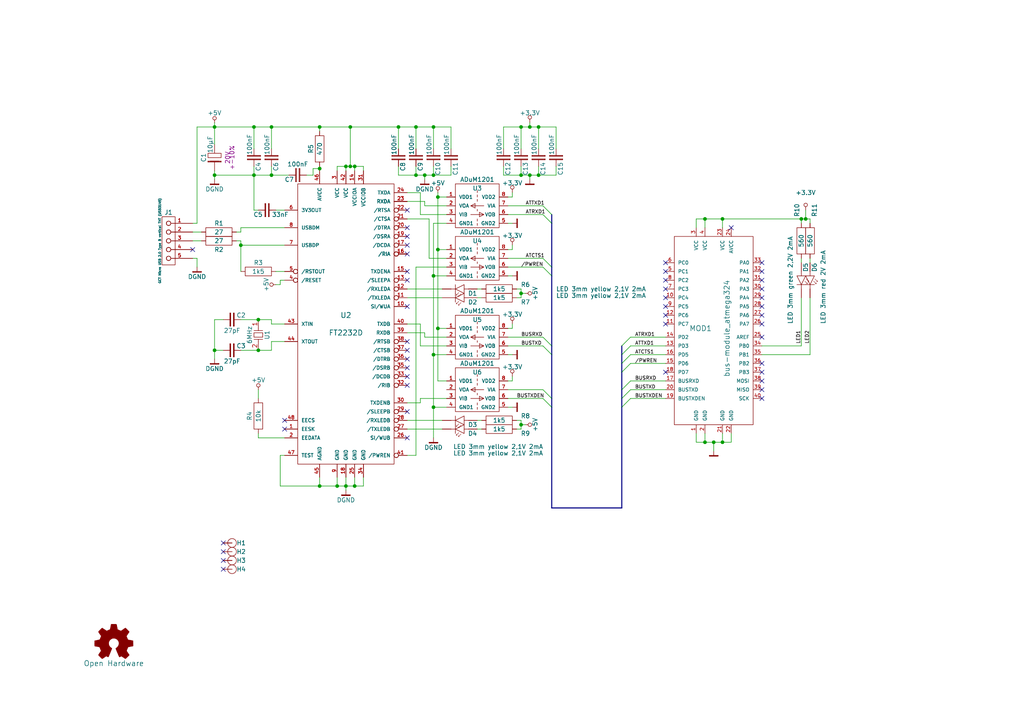
<source format=kicad_sch>
(kicad_sch (version 20211123) (generator eeschema)
  (paper "A4")
  (title_block (title "Gateway USB") (date "2015-10-31") (rev "1"))
  (lib_symbols
    (symbol "gateway_usb-rescue:+3.3V" (power) (pin_names (offset 0))
      (property "Value" "+3.3V" (at 0 2.794 0))
      (symbol "+3.3V_0_0"
        (pin power_in line (at 0 0 90) (length 0) hide (name "+3.3V") (number "1"))
      )
    )
    (symbol "gateway_usb-rescue:+5V" (power) (pin_names (offset 1.016))
      (property "Value" "+5V" (at 0 2.794 0))
      (symbol "+5V_0_0"
        (pin power_in line (at 0 0 90) (length 0) hide (name "+5V") (number "1"))
      )
    )
    (symbol "gateway_usb-rescue:ADuM1201" (pin_names (offset 1.016))
      (property "Reference" "U" (at 0 6.35 0))
      (property "Value" "ADuM1201" (at 0 8.89 0))
      (symbol "ADuM1201_1_1"
        (pin power_in line (at -8.89 3.81 0) (length 2.54) (name "VDD1") (number "1"))
        (pin output line (at -8.89 1.27 0) (length 2.54) (name "VOA") (number "2"))
        (pin input line (at -8.89 -1.27 0) (length 2.54) (name "VIB") (number "3"))
        (pin power_in line (at -8.89 -3.81 0) (length 2.54) (name "GND1") (number "4"))
        (pin power_in line (at 8.89 -3.81 180) (length 2.54) (name "GND2") (number "5"))
        (pin output line (at 8.89 -1.27 180) (length 2.54) (name "VOB") (number "6"))
        (pin input line (at 8.89 1.27 180) (length 2.54) (name "VIA") (number "7"))
        (pin power_in line (at 8.89 3.81 180) (length 2.54) (name "VDD2") (number "8"))
      )
    )
    (symbol "gateway_usb-rescue:C" (pin_numbers hide) (pin_names (offset 1.016) hide)
      (property "Reference" "C" (at 1.27 1.27 0))
      (property "Value" "C" (at 0 -3.175 0))
      (symbol "C_1_1"
        (pin input line (at -2.54 0 0) (length 1.905) (name "1") (number "1"))
        (pin input line (at 2.54 0 180) (length 1.905) (name "2") (number "2"))
      )
    )
    (symbol "gateway_usb-rescue:CONN_5X1" (pin_names (offset 1.016) hide)
      (property "Reference" "J" (at 1.905 8.255 0))
      (property "Value" "CONN_5X1" (at 4.445 0 90))
      (symbol "CONN_5X1_1_1"
        (pin passive inverted (at -5.08 5.08 0) (length 7.62) (name "1") (number "1"))
        (pin passive inverted (at -5.08 2.54 0) (length 7.62) (name "2") (number "2"))
        (pin input inverted (at -5.08 0 0) (length 7.62) (name "3") (number "3"))
        (pin input inverted (at -5.08 -2.54 0) (length 7.62) (name "4") (number "4"))
        (pin input inverted (at -5.08 -5.08 0) (length 7.62) (name "5") (number "5"))
      )
    )
    (symbol "gateway_usb-rescue:CP" (pin_numbers hide) (pin_names (offset 1.016) hide)
      (property "Reference" "C" (at 0 -3.175 0))
      (property "Value" "CP" (at 0 3.175 0))
      (property "Voltage" "35V" (at 0 4.826 0))
      (property "Tolrance" "+-10%" (at 0 6.477 0))
      (symbol "CP_1_1"
        (pin input line (at -3.81 0 0) (length 2.54) (name "1") (number "1"))
        (pin input line (at 3.81 0 180) (length 2.54) (name "2") (number "2"))
      )
    )
    (symbol "gateway_usb-rescue:CRYSTAL" (pin_names (offset 1.016))
      (property "Reference" "U" (at 4.445 2.54 0))
      (property "Value" "CRYSTAL" (at 4.445 -2.54 0))
      (symbol "CRYSTAL_1_1"
        (pin output line (at 0 0 0) (length 2.54) (name "~") (number "1"))
        (pin output line (at 8.89 0 180) (length 2.54) (name "~") (number "2"))
      )
    )
    (symbol "gateway_usb-rescue:DGND" (power) (pin_names (offset 0.254))
      (property "Value" "DGND" (at 0 -2.794 0))
      (symbol "DGND_1_1"
        (pin power_in line (at 0 0 90) (length 0) hide (name "DGND") (number "1"))
      )
    )
    (symbol "gateway_usb-rescue:FT2232D" (pin_names (offset 1.016))
      (property "Reference" "U" (at 0 2.54 0))
      (property "Value" "FT2232D" (at 0 -2.54 0))
      (symbol "FT2232D_1_1"
        (pin input line (at -17.78 -30.48 0) (length 3.81) (name "EESK") (number "1"))
        (pin input line (at 17.78 5.08 180) (length 3.81) (name "SI/WUA") (number "10"))
        (pin output inverted (at 17.78 7.62 180) (length 3.81) (name "/TXLEDA") (number "11"))
        (pin output inverted (at 17.78 10.16 180) (length 3.81) (name "/RXLEDA") (number "12"))
        (pin input inverted (at 17.78 12.7 180) (length 3.81) (name "/SLEEPA") (number "13"))
        (pin power_in line (at 2.54 44.45 270) (length 3.81) (name "VCCIOA") (number "14"))
        (pin input line (at 17.78 15.24 180) (length 3.81) (name "TXDENA") (number "15"))
        (pin input inverted (at 17.78 20.32 180) (length 3.81) (name "/RIA") (number "16"))
        (pin input inverted (at 17.78 20.32 180) (length 3.81) (name "/RIA") (number "16"))
        (pin input inverted (at 17.78 22.86 180) (length 3.81) (name "/DCDA") (number "17"))
        (pin power_in line (at 0 -44.45 90) (length 3.81) (name "GND") (number "18"))
        (pin input inverted (at 17.78 25.4 180) (length 3.81) (name "/DSRA") (number "19"))
        (pin input line (at -17.78 -33.02 0) (length 3.81) (name "EEDATA") (number "2"))
        (pin input inverted (at 17.78 27.94 180) (length 3.81) (name "/DTRA") (number "20"))
        (pin input inverted (at 17.78 30.48 180) (length 3.81) (name "/CTSA") (number "21"))
        (pin input inverted (at 17.78 33.02 180) (length 3.81) (name "/RTSA") (number "22"))
        (pin input line (at 17.78 35.56 180) (length 3.81) (name "RXDA") (number "23"))
        (pin input line (at 17.78 35.56 180) (length 3.81) (name "RXDA") (number "23"))
        (pin input line (at 17.78 38.1 180) (length 3.81) (name "TXDA") (number "24"))
        (pin power_in line (at 2.54 -44.45 90) (length 3.81) (name "GND") (number "25"))
        (pin input line (at 17.78 -33.02 180) (length 3.81) (name "SI/WUB") (number "26"))
        (pin output inverted (at 17.78 -30.48 180) (length 3.81) (name "/TXLEDB") (number "27"))
        (pin output inverted (at 17.78 -27.94 180) (length 3.81) (name "/RXLEDB") (number "28"))
        (pin input inverted (at 17.78 -25.4 180) (length 3.81) (name "/SLEEPB") (number "29"))
        (pin power_in line (at -2.54 44.45 270) (length 3.81) (name "VCC") (number "3"))
        (pin input line (at 17.78 -22.86 180) (length 3.81) (name "TXDENB") (number "30"))
        (pin power_in line (at 5.08 44.45 270) (length 3.81) (name "VCCIOB") (number "31"))
        (pin input inverted (at 17.78 -17.78 180) (length 3.81) (name "/RIB") (number "32"))
        (pin input inverted (at 17.78 -15.24 180) (length 3.81) (name "/DCDB") (number "33"))
        (pin power_in line (at 5.08 -44.45 90) (length 3.81) (name "GND") (number "34"))
        (pin input inverted (at 17.78 -12.7 180) (length 3.81) (name "/DSRB") (number "35"))
        (pin input inverted (at 17.78 -10.16 180) (length 3.81) (name "/DTRB") (number "36"))
        (pin input inverted (at 17.78 -7.62 180) (length 3.81) (name "/CTSB") (number "37"))
        (pin input inverted (at 17.78 -5.08 180) (length 3.81) (name "/RTSB") (number "38"))
        (pin input line (at 17.78 -2.54 180) (length 3.81) (name "RXDB") (number "39"))
        (pin output inverted (at -17.78 12.7 0) (length 3.81) (name "/RESET") (number "4"))
        (pin input line (at 17.78 0 180) (length 3.81) (name "TXDB") (number "40"))
        (pin output inverted (at 17.78 -38.1 180) (length 3.81) (name "/PWREN") (number "41"))
        (pin power_in line (at 0 44.45 270) (length 3.81) (name "VCC") (number "42"))
        (pin input line (at -17.78 0 0) (length 3.81) (name "XTIN") (number "43"))
        (pin output line (at -17.78 -5.08 0) (length 3.81) (name "XTOUT") (number "44"))
        (pin power_in line (at -7.62 -44.45 90) (length 3.81) (name "AGND") (number "45"))
        (pin power_in line (at -7.62 44.45 270) (length 3.81) (name "AVCC") (number "46"))
        (pin input line (at -17.78 -38.1 0) (length 3.81) (name "TEST") (number "47"))
        (pin input line (at -17.78 -27.94 0) (length 3.81) (name "EECS") (number "48"))
        (pin output inverted (at -17.78 15.24 0) (length 3.81) (name "/RSTOUT") (number "5"))
        (pin power_out line (at -17.78 33.02 0) (length 3.81) (name "3V3OUT") (number "6"))
        (pin input line (at -17.78 22.86 0) (length 3.81) (name "USBDP") (number "7"))
        (pin input line (at -17.78 27.94 0) (length 3.81) (name "USBDM") (number "8"))
        (pin power_in line (at -2.54 -44.45 90) (length 3.81) (name "GND") (number "9"))
      )
    )
    (symbol "gateway_usb-rescue:GND" (power) (pin_names (offset 0.254))
      (symbol "GND_1_1"
        (pin power_in line (at 0 0 90) (length 0) hide (name "GND") (number "1"))
      )
    )
    (symbol "gateway_usb-rescue:HOLE" (pin_numbers hide) (pin_names (offset 1.016) hide)
      (property "Reference" "H" (at 2.54 0 0))
      (symbol "HOLE_1_1"
        (pin unspecified line (at -1.27 0 0) (length 2.54) (name "~") (number "1"))
      )
    )
    (symbol "gateway_usb-rescue:LED" (pin_numbers hide) (pin_names (offset 1.016) hide)
      (property "Reference" "D" (at 0 5.08 0))
      (property "Value" "LED" (at 3.175 1.27 0))
      (symbol "LED_1_1"
        (pin input line (at 0 3.81 0) (length 2.54) (name "A") (number "1"))
        (pin input line (at 10.16 3.81 180) (length 2.54) (name "C") (number "2"))
      )
    )
    (symbol "gateway_usb-rescue:OPEN_HARDWARE_1" (pin_names (offset 1.016))
      (property "Reference" "LOGO" (at 0 6.985 0))
      (property "Value" "OPEN_HARDWARE_1" (at 0 -5.715 0))
    )
    (symbol "gateway_usb-rescue:R" (pin_numbers hide) (pin_names (offset 1.016) hide)
      (property "Reference" "R" (at 0 -2.54 0))
      (property "Value" "R" (at 0 0 0))
      (symbol "R_1_1"
        (pin passive line (at -5.08 0 0) (length 1.27) (name "1") (number "1"))
        (pin passive line (at 5.08 0 180) (length 1.27) (name "2") (number "2"))
      )
    )
    (symbol "gateway_usb-rescue:bus-module_atmega324" (pin_names (offset 1.016))
      (property "Reference" "MOD" (at -3.81 0 0))
      (property "Value" "bus-module_atmega324" (at 3.81 0 90))
      (symbol "bus-module_atmega324_1_1"
        (pin power_in line (at -5.08 -30.48 90) (length 2.54) (name "GND") (number "1"))
        (pin input line (at -13.97 8.89 0) (length 2.54) (name "PC4") (number "10"))
        (pin input line (at -13.97 1.27 0) (length 2.54) (name "PC7") (number "11"))
        (pin input line (at -13.97 3.81 0) (length 2.54) (name "PC6") (number "12"))
        (pin input line (at -13.97 -5.08 0) (length 2.54) (name "PD3") (number "13"))
        (pin input line (at -13.97 -2.54 0) (length 2.54) (name "PD2") (number "14"))
        (pin input line (at -13.97 -10.16 0) (length 2.54) (name "PD6") (number "15"))
        (pin input line (at -13.97 -7.62 0) (length 2.54) (name "PD5") (number "16"))
        (pin input line (at -13.97 -15.24 0) (length 2.54) (name "BUSRXD") (number "17"))
        (pin input line (at -13.97 -12.7 0) (length 2.54) (name "PD7") (number "18"))
        (pin input line (at -13.97 -20.32 0) (length 2.54) (name "BUSTXDEN") (number "19"))
        (pin power_in line (at -2.54 -30.48 90) (length 2.54) (name "GND") (number "2"))
        (pin input line (at -13.97 -17.78 0) (length 2.54) (name "BUSTXD") (number "20"))
        (pin power_in line (at 2.54 -30.48 90) (length 2.54) (name "GND") (number "21"))
        (pin power_in line (at 5.08 -30.48 90) (length 2.54) (name "GND") (number "22"))
        (pin power_out line (at 2.54 29.21 270) (length 2.54) (name "VCC") (number "23"))
        (pin output line (at 5.08 29.21 270) (length 2.54) (name "AVCC") (number "24"))
        (pin power_out line (at 13.97 -2.54 180) (length 2.54) (name "AREF") (number "25"))
        (pin input line (at 13.97 1.27 180) (length 2.54) (name "PA7") (number "26"))
        (pin input line (at 13.97 3.81 180) (length 2.54) (name "PA6") (number "27"))
        (pin input line (at 13.97 6.35 180) (length 2.54) (name "PA5") (number "28"))
        (pin input line (at 13.97 8.89 180) (length 2.54) (name "PA4") (number "29"))
        (pin power_out line (at -5.08 29.21 270) (length 2.54) (name "VCC") (number "3"))
        (pin input line (at 13.97 11.43 180) (length 2.54) (name "PA3") (number "30"))
        (pin input line (at 13.97 13.97 180) (length 2.54) (name "PA2") (number "31"))
        (pin input line (at 13.97 16.51 180) (length 2.54) (name "PA1") (number "32"))
        (pin input line (at 13.97 19.05 180) (length 2.54) (name "PA0") (number "33"))
        (pin input line (at 13.97 -5.08 180) (length 2.54) (name "PB0") (number "34"))
        (pin input line (at 13.97 -7.62 180) (length 2.54) (name "PB1") (number "35"))
        (pin input line (at 13.97 -10.16 180) (length 2.54) (name "PB2") (number "36"))
        (pin input line (at 13.97 -12.7 180) (length 2.54) (name "PB3") (number "37"))
        (pin input line (at 13.97 -15.24 180) (length 2.54) (name "MOSI") (number "38"))
        (pin input line (at 13.97 -17.78 180) (length 2.54) (name "MISO") (number "39"))
        (pin power_out line (at -2.54 29.21 270) (length 2.54) (name "VCC") (number "4"))
        (pin input line (at 13.97 -20.32 180) (length 2.54) (name "SCK") (number "40"))
        (pin input line (at -13.97 16.51 0) (length 2.54) (name "PC1") (number "5"))
        (pin input line (at -13.97 19.05 0) (length 2.54) (name "PC0") (number "6"))
        (pin input line (at -13.97 11.43 0) (length 2.54) (name "PC3") (number "7"))
        (pin input line (at -13.97 13.97 0) (length 2.54) (name "PC2") (number "8"))
        (pin input line (at -13.97 6.35 0) (length 2.54) (name "PC5") (number "9"))
      )
    )
  )
  (junction (at 100.33 140.97))
  (junction (at 151.13 50.8))
  (junction (at 125.73 36.83))
  (junction (at 127 72.39))
  (junction (at 125.73 118.11))
  (junction (at 62.23 36.83))
  (junction (at 78.74 50.8))
  (junction (at 125.73 80.01))
  (junction (at 74.93 92.71))
  (junction (at 153.67 36.83))
  (junction (at 73.66 36.83))
  (junction (at 127 57.15))
  (junction (at 209.55 63.5))
  (junction (at 115.57 36.83))
  (junction (at 97.79 140.97))
  (junction (at 92.71 36.83))
  (junction (at 151.13 85.09))
  (junction (at 204.47 63.5))
  (junction (at 123.19 50.8))
  (junction (at 74.93 101.6))
  (junction (at 69.85 71.12))
  (junction (at 120.65 50.8))
  (junction (at 156.21 50.8))
  (junction (at 232.41 63.5))
  (junction (at 125.73 50.8))
  (junction (at 92.71 48.895))
  (junction (at 156.21 36.83))
  (junction (at 151.13 123.19))
  (junction (at 62.23 101.6))
  (junction (at 62.23 50.8))
  (junction (at 209.55 128.27))
  (junction (at 125.73 102.87))
  (junction (at 120.65 36.83))
  (junction (at 73.66 50.8))
  (junction (at 102.87 48.26))
  (junction (at 101.6 48.26))
  (junction (at 153.67 50.8))
  (junction (at 127 95.25))
  (junction (at 233.68 63.5))
  (junction (at 207.01 128.27))
  (junction (at 101.6 36.83))
  (junction (at 78.74 36.83))
  (junction (at 92.71 140.97))
  (junction (at 102.87 140.97))
  (junction (at 100.33 48.26))
  (junction (at 204.47 128.27))
  (junction (at 151.13 36.83))
  (no_connect (at 220.98 86.36))
  (no_connect (at 220.98 76.2))
  (no_connect (at 55.88 72.39))
  (no_connect (at 118.11 78.74))
  (no_connect (at 220.98 105.41))
  (no_connect (at 220.98 110.49))
  (no_connect (at 220.98 88.9))
  (no_connect (at 64.77 157.48))
  (no_connect (at 193.04 107.95))
  (no_connect (at 220.98 115.57))
  (no_connect (at 118.11 101.6))
  (no_connect (at 118.11 68.58))
  (no_connect (at 118.11 71.12))
  (no_connect (at 193.04 76.2))
  (no_connect (at 193.04 93.98))
  (no_connect (at 118.11 88.9))
  (no_connect (at 193.04 86.36))
  (no_connect (at 220.98 83.82))
  (no_connect (at 193.04 88.9))
  (no_connect (at 82.55 121.92))
  (no_connect (at 220.98 107.95))
  (no_connect (at 193.04 91.44))
  (no_connect (at 193.04 81.28))
  (no_connect (at 193.04 83.82))
  (no_connect (at 220.98 81.28))
  (no_connect (at 118.11 60.96))
  (no_connect (at 193.04 78.74))
  (no_connect (at 118.11 119.38))
  (no_connect (at 220.98 93.98))
  (no_connect (at 118.11 66.04))
  (no_connect (at 82.55 124.46))
  (no_connect (at 118.11 127))
  (no_connect (at 212.09 66.04))
  (no_connect (at 220.98 113.03))
  (no_connect (at 64.77 165.1))
  (no_connect (at 118.11 99.06))
  (no_connect (at 118.11 106.68))
  (no_connect (at 220.98 78.74))
  (no_connect (at 220.98 91.44))
  (no_connect (at 220.98 97.79))
  (no_connect (at 64.77 162.56))
  (no_connect (at 118.11 109.22))
  (no_connect (at 64.77 160.02))
  (no_connect (at 118.11 111.76))
  (no_connect (at 118.11 104.14))
  (no_connect (at 118.11 73.66))
  (no_connect (at 118.11 81.28))
  (bus_entry (at 157.48 74.93) (size 2.54 2.54))
  (bus_entry (at 157.48 59.69) (size 2.54 2.54))
  (bus_entry (at 180.34 118.11) (size 2.54 -2.54))
  (bus_entry (at 180.34 107.95) (size 2.54 -2.54))
  (bus_entry (at 180.34 115.57) (size 2.54 -2.54))
  (bus_entry (at 180.34 100.33) (size 2.54 -2.54))
  (bus_entry (at 157.48 77.47) (size 2.54 2.54))
  (bus_entry (at 180.34 102.87) (size 2.54 -2.54))
  (bus_entry (at 157.48 113.03) (size 2.54 2.54))
  (bus_entry (at 180.34 113.03) (size 2.54 -2.54))
  (bus_entry (at 157.48 115.57) (size 2.54 2.54))
  (bus_entry (at 157.48 100.33) (size 2.54 2.54))
  (bus_entry (at 180.34 105.41) (size 2.54 -2.54))
  (bus_entry (at 157.48 97.79) (size 2.54 2.54))
  (bus_entry (at 157.48 62.23) (size 2.54 2.54))
  (wire (pts (xy 97.79 48.26) (xy 97.79 49.53)))
  (wire (pts (xy 100.33 138.43) (xy 100.33 140.97)))
  (wire (pts (xy 57.15 74.93) (xy 57.15 77.47)))
  (wire (pts (xy 62.23 36.83) (xy 62.23 41.91)))
  (wire (pts (xy 182.88 97.79) (xy 193.04 97.79)))
  (wire (pts (xy 118.11 63.5) (xy 124.46 63.5)))
  (wire (pts (xy 151.13 48.26) (xy 151.13 50.8)))
  (wire (pts (xy 151.13 86.36) (xy 149.86 86.36)))
  (wire (pts (xy 69.85 69.85) (xy 68.58 69.85)))
  (wire (pts (xy 100.33 48.26) (xy 101.6 48.26)))
  (wire (pts (xy 234.95 63.5) (xy 234.95 64.77)))
  (wire (pts (xy 121.92 62.23) (xy 129.54 62.23)))
  (wire (pts (xy 62.23 101.6) (xy 62.23 104.14)))
  (wire (pts (xy 201.93 128.27) (xy 204.47 128.27)))
  (wire (pts (xy 161.29 36.83) (xy 161.29 43.18)))
  (wire (pts (xy 153.67 36.83) (xy 156.21 36.83)))
  (wire (pts (xy 149.86 121.92) (xy 151.13 121.92)))
  (wire (pts (xy 147.32 64.77) (xy 148.59 64.77)))
  (wire (pts (xy 232.41 86.36) (xy 232.41 100.33)))
  (wire (pts (xy 127 72.39) (xy 127 95.25)))
  (wire (pts (xy 125.73 64.77) (xy 125.73 80.01)))
  (wire (pts (xy 57.15 36.83) (xy 62.23 36.83)))
  (bus (pts (xy 160.02 64.77) (xy 160.02 77.47)))
  (wire (pts (xy 100.33 140.97) (xy 100.33 142.24)))
  (wire (pts (xy 233.68 60.96) (xy 233.68 63.5)))
  (wire (pts (xy 129.54 74.93) (xy 124.46 74.93)))
  (wire (pts (xy 152.4 85.09) (xy 151.13 85.09)))
  (wire (pts (xy 120.65 77.47) (xy 129.54 77.47)))
  (wire (pts (xy 102.87 140.97) (xy 105.41 140.97)))
  (bus (pts (xy 160.02 62.23) (xy 160.02 64.77)))
  (wire (pts (xy 207.01 128.27) (xy 209.55 128.27)))
  (wire (pts (xy 123.19 59.69) (xy 129.54 59.69)))
  (wire (pts (xy 151.13 124.46) (xy 149.86 124.46)))
  (wire (pts (xy 201.93 125.73) (xy 201.93 128.27)))
  (wire (pts (xy 128.27 86.36) (xy 118.11 86.36)))
  (wire (pts (xy 125.73 48.26) (xy 125.73 50.8)))
  (wire (pts (xy 81.28 140.97) (xy 81.28 132.08)))
  (wire (pts (xy 233.68 63.5) (xy 234.95 63.5)))
  (wire (pts (xy 121.92 55.88) (xy 121.92 62.23)))
  (wire (pts (xy 201.93 66.04) (xy 201.93 63.5)))
  (wire (pts (xy 156.21 48.26) (xy 156.21 50.8)))
  (wire (pts (xy 151.13 123.19) (xy 151.13 124.46)))
  (wire (pts (xy 125.73 36.83) (xy 130.81 36.83)))
  (bus (pts (xy 160.02 102.87) (xy 160.02 115.57)))
  (wire (pts (xy 102.87 48.26) (xy 105.41 48.26)))
  (bus (pts (xy 160.02 115.57) (xy 160.02 118.11)))
  (wire (pts (xy 193.04 105.41) (xy 182.88 105.41)))
  (bus (pts (xy 180.34 102.87) (xy 180.34 105.41)))
  (wire (pts (xy 146.05 50.8) (xy 151.13 50.8)))
  (wire (pts (xy 232.41 64.77) (xy 232.41 63.5)))
  (wire (pts (xy 232.41 74.93) (xy 232.41 76.2)))
  (wire (pts (xy 153.67 50.8) (xy 156.21 50.8)))
  (wire (pts (xy 127 95.25) (xy 129.54 95.25)))
  (wire (pts (xy 74.93 127) (xy 74.93 125.73)))
  (wire (pts (xy 123.19 97.79) (xy 129.54 97.79)))
  (wire (pts (xy 123.19 58.42) (xy 123.19 59.69)))
  (wire (pts (xy 102.87 49.53) (xy 102.87 48.26)))
  (wire (pts (xy 100.33 49.53) (xy 100.33 48.26)))
  (wire (pts (xy 129.54 57.15) (xy 127 57.15)))
  (wire (pts (xy 147.32 80.01) (xy 148.59 80.01)))
  (wire (pts (xy 161.29 50.8) (xy 161.29 48.26)))
  (wire (pts (xy 148.59 95.25) (xy 148.59 93.98)))
  (wire (pts (xy 149.86 83.82) (xy 151.13 83.82)))
  (wire (pts (xy 232.41 100.33) (xy 220.98 100.33)))
  (wire (pts (xy 115.57 43.18) (xy 115.57 36.83)))
  (wire (pts (xy 127 110.49) (xy 129.54 110.49)))
  (wire (pts (xy 209.55 63.5) (xy 232.41 63.5)))
  (wire (pts (xy 151.13 50.8) (xy 153.67 50.8)))
  (wire (pts (xy 120.65 50.8) (xy 123.19 50.8)))
  (wire (pts (xy 78.74 93.98) (xy 82.55 93.98)))
  (wire (pts (xy 69.85 92.71) (xy 74.93 92.71)))
  (wire (pts (xy 73.66 60.96) (xy 74.93 60.96)))
  (wire (pts (xy 69.85 101.6) (xy 74.93 101.6)))
  (wire (pts (xy 82.55 81.28) (xy 81.28 81.28)))
  (wire (pts (xy 90.805 48.895) (xy 90.805 50.8)))
  (wire (pts (xy 146.05 36.83) (xy 151.13 36.83)))
  (wire (pts (xy 81.28 140.97) (xy 92.71 140.97)))
  (wire (pts (xy 147.32 77.47) (xy 157.48 77.47)))
  (wire (pts (xy 182.88 102.87) (xy 193.04 102.87)))
  (wire (pts (xy 118.11 132.08) (xy 120.65 132.08)))
  (wire (pts (xy 80.01 78.74) (xy 82.55 78.74)))
  (wire (pts (xy 69.85 66.04) (xy 69.85 67.31)))
  (wire (pts (xy 92.71 138.43) (xy 92.71 140.97)))
  (wire (pts (xy 120.65 132.08) (xy 120.65 77.47)))
  (wire (pts (xy 128.27 124.46) (xy 118.11 124.46)))
  (wire (pts (xy 182.88 113.03) (xy 193.04 113.03)))
  (bus (pts (xy 180.34 147.32) (xy 160.02 147.32)))
  (wire (pts (xy 97.79 48.26) (xy 100.33 48.26)))
  (wire (pts (xy 151.13 85.09) (xy 151.13 86.36)))
  (wire (pts (xy 193.04 100.33) (xy 182.88 100.33)))
  (wire (pts (xy 74.93 101.6) (xy 78.74 101.6)))
  (wire (pts (xy 92.71 48.895) (xy 92.71 49.53)))
  (wire (pts (xy 147.32 110.49) (xy 148.59 110.49)))
  (wire (pts (xy 118.11 83.82) (xy 128.27 83.82)))
  (wire (pts (xy 82.55 127) (xy 74.93 127)))
  (wire (pts (xy 69.85 69.85) (xy 69.85 71.12)))
  (wire (pts (xy 147.32 74.93) (xy 157.48 74.93)))
  (wire (pts (xy 121.92 116.84) (xy 121.92 115.57)))
  (bus (pts (xy 160.02 100.33) (xy 160.02 102.87)))
  (wire (pts (xy 82.55 60.96) (xy 80.01 60.96)))
  (wire (pts (xy 121.92 93.98) (xy 121.92 100.33)))
  (wire (pts (xy 125.73 43.18) (xy 125.73 36.83)))
  (wire (pts (xy 151.13 121.92) (xy 151.13 123.19)))
  (wire (pts (xy 193.04 110.49) (xy 182.88 110.49)))
  (wire (pts (xy 55.88 69.85) (xy 58.42 69.85)))
  (wire (pts (xy 92.71 140.97) (xy 97.79 140.97)))
  (wire (pts (xy 204.47 66.04) (xy 204.47 63.5)))
  (wire (pts (xy 118.11 55.88) (xy 121.92 55.88)))
  (wire (pts (xy 146.05 48.26) (xy 146.05 50.8)))
  (wire (pts (xy 62.23 35.56) (xy 62.23 36.83)))
  (wire (pts (xy 151.13 36.83) (xy 153.67 36.83)))
  (wire (pts (xy 147.32 115.57) (xy 157.48 115.57)))
  (wire (pts (xy 115.57 36.83) (xy 120.65 36.83)))
  (wire (pts (xy 125.73 102.87) (xy 129.54 102.87)))
  (wire (pts (xy 123.19 96.52) (xy 123.19 97.79)))
  (wire (pts (xy 156.21 50.8) (xy 161.29 50.8)))
  (wire (pts (xy 156.21 36.83) (xy 161.29 36.83)))
  (wire (pts (xy 57.15 74.93) (xy 55.88 74.93)))
  (wire (pts (xy 78.74 43.18) (xy 78.74 36.83)))
  (wire (pts (xy 92.71 36.83) (xy 101.6 36.83)))
  (wire (pts (xy 139.7 83.82) (xy 138.43 83.82)))
  (wire (pts (xy 207.01 128.27) (xy 207.01 130.81)))
  (wire (pts (xy 73.66 50.8) (xy 73.66 60.96)))
  (wire (pts (xy 147.32 100.33) (xy 157.48 100.33)))
  (wire (pts (xy 62.23 101.6) (xy 64.77 101.6)))
  (wire (pts (xy 92.71 48.26) (xy 92.71 48.895)))
  (wire (pts (xy 62.23 50.8) (xy 73.66 50.8)))
  (wire (pts (xy 92.71 36.83) (xy 92.71 38.1)))
  (wire (pts (xy 118.11 58.42) (xy 123.19 58.42)))
  (wire (pts (xy 118.11 96.52) (xy 123.19 96.52)))
  (bus (pts (xy 180.34 113.03) (xy 180.34 115.57)))
  (wire (pts (xy 147.32 113.03) (xy 157.48 113.03)))
  (wire (pts (xy 100.33 140.97) (xy 102.87 140.97)))
  (wire (pts (xy 204.47 125.73) (xy 204.47 128.27)))
  (wire (pts (xy 120.65 43.18) (xy 120.65 36.83)))
  (wire (pts (xy 125.73 50.8) (xy 130.81 50.8)))
  (wire (pts (xy 74.93 113.03) (xy 74.93 115.57)))
  (wire (pts (xy 153.67 50.8) (xy 153.67 52.07)))
  (wire (pts (xy 147.32 102.87) (xy 148.59 102.87)))
  (wire (pts (xy 105.41 140.97) (xy 105.41 138.43)))
  (wire (pts (xy 125.73 118.11) (xy 125.73 127)))
  (wire (pts (xy 151.13 83.82) (xy 151.13 85.09)))
  (wire (pts (xy 123.19 50.8) (xy 125.73 50.8)))
  (wire (pts (xy 118.11 116.84) (xy 121.92 116.84)))
  (bus (pts (xy 180.34 100.33) (xy 180.34 102.87)))
  (wire (pts (xy 127 95.25) (xy 127 110.49)))
  (wire (pts (xy 147.32 97.79) (xy 157.48 97.79)))
  (wire (pts (xy 73.66 50.8) (xy 78.74 50.8)))
  (wire (pts (xy 73.66 36.83) (xy 78.74 36.83)))
  (wire (pts (xy 62.23 92.71) (xy 62.23 101.6)))
  (wire (pts (xy 62.23 50.8) (xy 62.23 52.07)))
  (wire (pts (xy 118.11 93.98) (xy 121.92 93.98)))
  (wire (pts (xy 82.55 66.04) (xy 69.85 66.04)))
  (wire (pts (xy 125.73 80.01) (xy 129.54 80.01)))
  (wire (pts (xy 78.74 50.8) (xy 78.74 48.26)))
  (wire (pts (xy 73.66 43.18) (xy 73.66 36.83)))
  (wire (pts (xy 147.32 95.25) (xy 148.59 95.25)))
  (wire (pts (xy 129.54 64.77) (xy 125.73 64.77)))
  (wire (pts (xy 146.05 43.18) (xy 146.05 36.83)))
  (wire (pts (xy 204.47 63.5) (xy 209.55 63.5)))
  (wire (pts (xy 81.28 132.08) (xy 82.55 132.08)))
  (wire (pts (xy 209.55 125.73) (xy 209.55 128.27)))
  (wire (pts (xy 57.15 64.77) (xy 55.88 64.77)))
  (wire (pts (xy 193.04 115.57) (xy 182.88 115.57)))
  (bus (pts (xy 160.02 118.11) (xy 160.02 147.32)))
  (bus (pts (xy 180.34 118.11) (xy 180.34 147.32)))
  (wire (pts (xy 118.11 121.92) (xy 128.27 121.92)))
  (wire (pts (xy 153.67 35.56) (xy 153.67 36.83)))
  (wire (pts (xy 55.88 67.31) (xy 58.42 67.31)))
  (wire (pts (xy 78.74 99.06) (xy 82.55 99.06)))
  (wire (pts (xy 74.93 92.71) (xy 78.74 92.71)))
  (wire (pts (xy 81.28 81.28) (xy 81.28 82.55)))
  (wire (pts (xy 147.32 62.23) (xy 157.48 62.23)))
  (wire (pts (xy 120.65 48.26) (xy 120.65 50.8)))
  (wire (pts (xy 148.59 110.49) (xy 148.59 109.22)))
  (wire (pts (xy 234.95 102.87) (xy 220.98 102.87)))
  (wire (pts (xy 147.32 57.15) (xy 148.59 57.15)))
  (wire (pts (xy 90.805 50.8) (xy 88.9 50.8)))
  (wire (pts (xy 123.19 50.8) (xy 123.19 52.07)))
  (wire (pts (xy 139.7 121.92) (xy 138.43 121.92)))
  (wire (pts (xy 127 57.15) (xy 127 72.39)))
  (wire (pts (xy 201.93 63.5) (xy 204.47 63.5)))
  (wire (pts (xy 78.74 50.8) (xy 83.82 50.8)))
  (wire (pts (xy 78.74 92.71) (xy 78.74 93.98)))
  (wire (pts (xy 62.23 36.83) (xy 73.66 36.83)))
  (wire (pts (xy 125.73 118.11) (xy 129.54 118.11)))
  (wire (pts (xy 62.23 49.53) (xy 62.23 50.8)))
  (wire (pts (xy 147.32 118.11) (xy 148.59 118.11)))
  (wire (pts (xy 204.47 128.27) (xy 207.01 128.27)))
  (wire (pts (xy 101.6 48.26) (xy 102.87 48.26)))
  (wire (pts (xy 81.28 82.55) (xy 80.01 82.55)))
  (wire (pts (xy 212.09 128.27) (xy 212.09 125.73)))
  (wire (pts (xy 124.46 74.93) (xy 124.46 63.5)))
  (wire (pts (xy 69.85 71.12) (xy 69.85 78.74)))
  (wire (pts (xy 115.57 48.26) (xy 115.57 50.8)))
  (wire (pts (xy 125.73 102.87) (xy 125.73 118.11)))
  (wire (pts (xy 102.87 138.43) (xy 102.87 140.97)))
  (wire (pts (xy 156.21 43.18) (xy 156.21 36.83)))
  (bus (pts (xy 180.34 105.41) (xy 180.34 107.95)))
  (wire (pts (xy 115.57 50.8) (xy 120.65 50.8)))
  (wire (pts (xy 92.71 48.895) (xy 90.805 48.895)))
  (wire (pts (xy 125.73 80.01) (xy 125.73 102.87)))
  (wire (pts (xy 120.65 36.83) (xy 125.73 36.83)))
  (wire (pts (xy 101.6 36.83) (xy 115.57 36.83)))
  (wire (pts (xy 101.6 36.83) (xy 101.6 48.26)))
  (wire (pts (xy 209.55 128.27) (xy 212.09 128.27)))
  (wire (pts (xy 152.4 123.19) (xy 151.13 123.19)))
  (wire (pts (xy 147.32 72.39) (xy 148.59 72.39)))
  (wire (pts (xy 78.74 36.83) (xy 92.71 36.83)))
  (wire (pts (xy 130.81 36.83) (xy 130.81 43.18)))
  (wire (pts (xy 121.92 115.57) (xy 129.54 115.57)))
  (wire (pts (xy 147.32 59.69) (xy 157.48 59.69)))
  (wire (pts (xy 121.92 100.33) (xy 129.54 100.33)))
  (wire (pts (xy 69.85 67.31) (xy 68.58 67.31)))
  (wire (pts (xy 127 72.39) (xy 129.54 72.39)))
  (wire (pts (xy 127 55.88) (xy 127 57.15)))
  (wire (pts (xy 82.55 71.12) (xy 69.85 71.12)))
  (wire (pts (xy 151.13 43.18) (xy 151.13 36.83)))
  (wire (pts (xy 139.7 124.46) (xy 138.43 124.46)))
  (wire (pts (xy 97.79 138.43) (xy 97.79 140.97)))
  (wire (pts (xy 139.7 86.36) (xy 138.43 86.36)))
  (bus (pts (xy 160.02 80.01) (xy 160.02 100.33)))
  (wire (pts (xy 78.74 101.6) (xy 78.74 99.06)))
  (wire (pts (xy 148.59 72.39) (xy 148.59 71.12)))
  (wire (pts (xy 148.59 57.15) (xy 148.59 55.88)))
  (wire (pts (xy 64.77 92.71) (xy 62.23 92.71)))
  (wire (pts (xy 105.41 48.26) (xy 105.41 49.53)))
  (bus (pts (xy 180.34 107.95) (xy 180.34 113.03)))
  (wire (pts (xy 130.81 50.8) (xy 130.81 48.26)))
  (wire (pts (xy 209.55 66.04) (xy 209.55 63.5)))
  (wire (pts (xy 232.41 63.5) (xy 233.68 63.5)))
  (bus (pts (xy 160.02 77.47) (xy 160.02 80.01)))
  (wire (pts (xy 234.95 74.93) (xy 234.95 76.2)))
  (wire (pts (xy 97.79 140.97) (xy 100.33 140.97)))
  (wire (pts (xy 234.95 86.36) (xy 234.95 102.87)))
  (wire (pts (xy 73.66 48.26) (xy 73.66 50.8)))
  (wire (pts (xy 57.15 36.83) (xy 57.15 64.77)))
  (bus (pts (xy 180.34 115.57) (xy 180.34 118.11)))
  (label "ATCTS1" (at 184.15 102.87 0) (effects (font (size 1.016 1.016))))
  (label "ATTXD1" (at 184.15 100.33 0) (effects (font (size 1.016 1.016))))
  (label "LED1" (at 232.41 99.695 90) (effects (font (size 1.016 1.016))))
  (label "/PWREN" (at 151.13 77.47 0) (effects (font (size 1.016 1.016))))
  (label "BUSTXD" (at 151.13 100.33 0) (effects (font (size 1.016 1.016))))
  (label "BUSRXD" (at 151.13 97.79 0) (effects (font (size 1.016 1.016))))
  (label "BUSTXDEN" (at 184.15 115.57 0) (effects (font (size 1.016 1.016))))
  (label "ATTXD1" (at 152.4 59.69 0) (effects (font (size 1.016 1.016))))
  (label "BUSRXD" (at 184.15 110.49 0) (effects (font (size 1.016 1.016))))
  (label "ATRXD1" (at 152.4 62.23 0) (effects (font (size 1.016 1.016))))
  (label "ATRXD1" (at 184.15 97.79 0) (effects (font (size 1.016 1.016))))
  (label "BUSTXDEN" (at 149.86 115.57 0) (effects (font (size 1.016 1.016))))
  (label "BUSTXD" (at 184.15 113.03 0) (effects (font (size 1.016 1.016))))
  (label "ATCTS1" (at 152.4 74.93 0) (effects (font (size 1.016 1.016))))
  (label "/PWREN" (at 184.15 105.41 0) (effects (font (size 1.016 1.016))))
  (label "LED2" (at 234.95 99.695 90) (effects (font (size 1.016 1.016))))
  (symbol (lib_id "gateway_usb-rescue:ADuM1201") (at 138.43 60.96 0) (unit 1)
    (property "Reference" "U3" (at 138.43 54.61 0))
    (property "Value" "ADuM1201" (at 138.43 52.07 0))
    (property "Footprint" "Housings_SOIC:SO8E" (effects hide))
  )
  (symbol (lib_id "gateway_usb-rescue:ADuM1201") (at 138.43 76.2 0) (unit 1)
    (property "Reference" "U4" (at 138.43 69.85 0))
    (property "Value" "ADuM1201" (at 138.43 67.31 0))
    (property "Footprint" "Housings_SOIC:SO8E" (effects hide))
  )
  (symbol (lib_id "gateway_usb-rescue:ADuM1201") (at 138.43 99.06 0) (unit 1)
    (property "Reference" "U5" (at 138.43 92.71 0))
    (property "Value" "ADuM1201" (at 138.43 90.17 0))
    (property "Footprint" "Housings_SOIC:SO8E" (effects hide))
  )
  (symbol (lib_id "gateway_usb-rescue:ADuM1201") (at 138.43 114.3 0) (unit 1)
    (property "Reference" "U6" (at 138.43 107.95 0))
    (property "Value" "ADuM1201" (at 138.43 105.41 0))
    (property "Footprint" "Housings_SOIC:SO8E" (effects hide))
  )
  (symbol (lib_id "gateway_usb-rescue:FT2232D") (at 100.33 93.98 0) (unit 1)
    (property "Reference" "U2" (at 100.33 91.44 0) (effects (font (size 1.524 1.524))))
    (property "Value" "FT2232D" (at 100.33 96.52 0) (effects (font (size 1.524 1.524))))
    (property "Footprint" "Housings_QFP:LQFP-48_7x7mm_Pitch0.5mm" (effects hide))
  )
  (symbol (lib_id "gateway_usb-rescue:C") (at 161.29 45.72 270) (unit 1)
    (property "Reference" "C15" (at 162.56 46.99 0) (effects (justify left)))
    (property "Value" "100nF" (at 160.02 41.91 0))
    (property "Footprint" "Housings_SOIC:SM0805" (effects hide))
  )
  (symbol (lib_id "gateway_usb-rescue:C") (at 125.73 45.72 270) (unit 1)
    (property "Reference" "C10" (at 127 46.99 0) (effects (justify left)))
    (property "Value" "100nF" (at 124.46 41.91 0))
    (property "Footprint" "Resistor:SM0805" (effects hide))
  )
  (symbol (lib_id "gateway_usb-rescue:C") (at 146.05 45.72 270) (unit 1)
    (property "Reference" "C12" (at 147.32 46.99 0) (effects (justify left)))
    (property "Value" "100nF" (at 144.78 41.91 0))
    (property "Footprint" "Housings_SOIC:SM0805" (effects hide))
  )
  (symbol (lib_id "gateway_usb-rescue:C") (at 156.21 45.72 270) (unit 1)
    (property "Reference" "C14" (at 157.48 46.99 0) (effects (justify left)))
    (property "Value" "100nF" (at 154.94 41.91 0))
    (property "Footprint" "Housings_SOIC:SM0805" (effects hide))
  )
  (symbol (lib_id "gateway_usb-rescue:C") (at 73.66 45.72 270) (unit 1)
    (property "Reference" "C4" (at 74.93 46.99 0) (effects (justify left)))
    (property "Value" "100nF" (at 72.39 41.91 0))
    (property "Footprint" "Resistor:SM0805" (effects hide))
  )
  (symbol (lib_id "gateway_usb-rescue:C") (at 78.74 45.72 270) (unit 1)
    (property "Reference" "C6" (at 80.01 46.99 0) (effects (justify left)))
    (property "Value" "100nF" (at 77.47 41.91 0))
    (property "Footprint" "Resistor:SM0805" (effects hide))
  )
  (symbol (lib_id "gateway_usb-rescue:C") (at 77.47 60.96 180) (unit 1)
    (property "Reference" "C5" (at 76.2 62.23 0) (effects (justify left)))
    (property "Value" "33nF" (at 81.28 62.23 0))
    (property "Footprint" "Resistor:SM0805" (effects hide))
  )
  (symbol (lib_id "gateway_usb-rescue:C") (at 130.81 45.72 270) (unit 1)
    (property "Reference" "C11" (at 132.08 46.99 0) (effects (justify left)))
    (property "Value" "100nF" (at 129.54 41.91 0))
    (property "Footprint" "Resistor:SM0805" (effects hide))
  )
  (symbol (lib_id "gateway_usb-rescue:C") (at 151.13 45.72 270) (unit 1)
    (property "Reference" "C13" (at 152.4 46.99 0) (effects (justify left)))
    (property "Value" "100nF" (at 149.86 41.91 0))
    (property "Footprint" "Housings_SOIC:SM0805" (effects hide))
  )
  (symbol (lib_id "gateway_usb-rescue:C") (at 67.31 92.71 0) (unit 1)
    (property "Reference" "C2" (at 68.58 91.44 0) (effects (justify left)))
    (property "Value" "27pF" (at 67.31 95.885 0))
    (property "Footprint" "Resistor:SM0805" (effects hide))
  )
  (symbol (lib_id "gateway_usb-rescue:C") (at 67.31 101.6 0) (unit 1)
    (property "Reference" "C3" (at 68.58 100.33 0) (effects (justify left)))
    (property "Value" "27pF" (at 67.31 104.775 0))
    (property "Footprint" "Resistor:SM0805" (effects hide))
  )
  (symbol (lib_id "gateway_usb-rescue:CRYSTAL") (at 74.93 92.71 270) (unit 1)
    (property "Reference" "U1" (at 77.47 97.155 0))
    (property "Value" "6MHz" (at 72.39 97.155 0))
    (property "Footprint" "Crystal:HC49-SMD" (effects hide))
  )
  (symbol (lib_id "gateway_usb-rescue:CP") (at 62.23 45.72 270) (unit 1)
    (property "Reference" "C1" (at 59.055 45.72 0))
    (property "Value" "10µF" (at 60.96 41.91 0))
    (property "Footprint" "Capacitors:cp_smd_6.3" (effects hide))
    (property "Voltage" "20V" (at 66.04 45.72 0))
    (property "Tolrance" "+-10%" (at 67.31 45.72 0))
  )
  (symbol (lib_id "gateway_usb-rescue:R") (at 63.5 67.31 0) (unit 1)
    (property "Reference" "R1" (at 63.5 64.77 0))
    (property "Value" "27" (at 63.5 67.31 0))
    (property "Footprint" "Housings_SOIC:SM0805" (effects hide))
  )
  (symbol (lib_id "gateway_usb-rescue:R") (at 63.5 69.85 0) (unit 1)
    (property "Reference" "R2" (at 63.5 72.39 0))
    (property "Value" "27" (at 63.5 69.85 0))
    (property "Footprint" "Housings_SOIC:SM0805" (effects hide))
  )
  (symbol (lib_id "gateway_usb-rescue:R") (at 74.93 78.74 180) (unit 1)
    (property "Reference" "R3" (at 74.93 76.2 0))
    (property "Value" "1k5" (at 74.93 78.74 0))
    (property "Footprint" "Housings_SOIC:SM0805" (effects hide))
  )
  (symbol (lib_id "gateway_usb-rescue:R") (at 74.93 120.65 270) (unit 1)
    (property "Reference" "R4" (at 72.39 120.65 0))
    (property "Value" "10k" (at 74.93 120.65 0))
    (property "Footprint" "Housings_SOIC:SM0805" (effects hide))
  )
  (symbol (lib_id "gateway_usb-rescue:+5V") (at 62.23 35.56 0) (unit 1)
    (property "Reference" "#PWR01" (effects hide))
    (property "Value" "+5V" (at 62.23 32.766 0))
  )
  (symbol (lib_id "gateway_usb-rescue:DGND") (at 100.33 142.24 0) (unit 1)
    (property "Reference" "#PWR02" (effects hide))
    (property "Value" "DGND" (at 100.33 145.034 0))
  )
  (symbol (lib_id "gateway_usb-rescue:+3.3V") (at 153.67 35.56 0) (unit 1)
    (property "Reference" "#PWR03" (effects hide))
    (property "Value" "+3.3V" (at 153.67 32.766 0))
  )
  (symbol (lib_id "gateway_usb-rescue:CONN_5X1") (at 50.8 69.85 0) (mirror y) (unit 1)
    (property "Reference" "J1" (at 48.895 61.595 0))
    (property "Value" "GCT Micro USB 2.0 Type B vertical THT (USB3145)" (at 46.355 69.85 90) (effects (font (size 0.635 0.635))))
    (property "Footprint" "Connector_Miscelleaneus:USB2.0_micro_THT_vertical_GCT_USB3145" (effects hide))
  )
  (symbol (lib_id "gateway_usb-rescue:DGND") (at 57.15 77.47 0) (unit 1)
    (property "Reference" "#PWR04" (effects hide))
    (property "Value" "DGND" (at 57.15 80.264 0))
  )
  (symbol (lib_id "gateway_usb-rescue:DGND") (at 62.23 52.07 0) (unit 1)
    (property "Reference" "#PWR05" (effects hide))
    (property "Value" "DGND" (at 62.23 54.864 0))
  )
  (symbol (lib_id "gateway_usb-rescue:DGND") (at 62.23 104.14 0) (unit 1)
    (property "Reference" "#PWR06" (effects hide))
    (property "Value" "DGND" (at 62.23 106.934 0))
  )
  (symbol (lib_id "gateway_usb-rescue:+5V") (at 74.93 113.03 0) (unit 1)
    (property "Reference" "#PWR07" (effects hide))
    (property "Value" "+5V" (at 74.93 110.236 0))
  )
  (symbol (lib_id "gateway_usb-rescue:R") (at 92.71 43.18 270) (unit 1)
    (property "Reference" "R5" (at 90.17 43.18 0))
    (property "Value" "470" (at 92.71 43.18 0))
    (property "Footprint" "Housings_SOIC:SM0805" (effects hide))
  )
  (symbol (lib_id "gateway_usb-rescue:+5V") (at 80.01 82.55 90) (unit 1)
    (property "Reference" "#PWR08" (effects hide))
    (property "Value" "+5V" (at 77.216 82.55 0))
  )
  (symbol (lib_id "gateway_usb-rescue:C") (at 115.57 45.72 270) (unit 1)
    (property "Reference" "C8" (at 116.84 46.99 0) (effects (justify left)))
    (property "Value" "100nF" (at 114.3 41.91 0))
    (property "Footprint" "Resistor:SM0805" (effects hide))
  )
  (symbol (lib_id "gateway_usb-rescue:C") (at 120.65 45.72 270) (unit 1)
    (property "Reference" "C9" (at 121.92 46.99 0) (effects (justify left)))
    (property "Value" "100nF" (at 119.38 41.91 0))
    (property "Footprint" "Resistor:SM0805" (effects hide))
  )
  (symbol (lib_id "gateway_usb-rescue:DGND") (at 123.19 52.07 0) (unit 1)
    (property "Reference" "#PWR09" (effects hide))
    (property "Value" "DGND" (at 123.19 54.864 0))
  )
  (symbol (lib_id "gateway_usb-rescue:+5V") (at 127 55.88 0) (unit 1)
    (property "Reference" "#PWR010" (effects hide))
    (property "Value" "+5V" (at 127 53.086 0))
  )
  (symbol (lib_id "gateway_usb-rescue:GND") (at 153.67 52.07 0) (unit 1)
    (property "Reference" "#PWR011" (effects hide))
    (property "Value" "GND" (effects hide))
  )
  (symbol (lib_id "gateway_usb-rescue:R") (at 144.78 83.82 0) (unit 1)
    (property "Reference" "R6" (at 152.4 82.55 0))
    (property "Value" "1k5" (at 144.78 83.82 0))
    (property "Footprint" "Housings_SOIC:SM0805" (effects hide))
  )
  (symbol (lib_id "gateway_usb-rescue:R") (at 144.78 86.36 0) (unit 1)
    (property "Reference" "R7" (at 152.4 87.63 0))
    (property "Value" "1k5" (at 144.78 86.36 0))
    (property "Footprint" "Housings_SOIC:SM0805" (effects hide))
  )
  (symbol (lib_id "gateway_usb-rescue:LED") (at 138.43 80.01 180) (unit 1)
    (property "Reference" "D1" (at 138.43 85.09 0) (effects (justify left)))
    (property "Value" "LED 3mm yellow 2,1V 2mA" (at 161.29 83.82 0) (effects (justify right)))
    (property "Footprint" "LED:LED_3MM" (effects hide))
  )
  (symbol (lib_id "gateway_usb-rescue:LED") (at 138.43 82.55 180) (unit 1)
    (property "Reference" "D2" (at 138.43 87.63 0) (effects (justify left)))
    (property "Value" "LED 3mm yellow 2,1V 2mA" (at 161.29 85.725 0) (effects (justify right)))
    (property "Footprint" "LED:LED_3MM" (effects hide))
  )
  (symbol (lib_id "gateway_usb-rescue:+5V") (at 152.4 85.09 270) (unit 1)
    (property "Reference" "#PWR012" (effects hide))
    (property "Value" "+5V" (at 155.194 85.09 0))
  )
  (symbol (lib_id "gateway_usb-rescue:+3.3V") (at 148.59 55.88 0) (unit 1)
    (property "Reference" "#PWR013" (effects hide))
    (property "Value" "+3.3V" (at 148.59 53.086 0))
  )
  (symbol (lib_id "gateway_usb-rescue:+3.3V") (at 148.59 71.12 0) (unit 1)
    (property "Reference" "#PWR014" (effects hide))
    (property "Value" "+3.3V" (at 148.59 68.326 0))
  )
  (symbol (lib_id "gateway_usb-rescue:+3.3V") (at 148.59 93.98 0) (unit 1)
    (property "Reference" "#PWR015" (effects hide))
    (property "Value" "+3.3V" (at 148.59 91.186 0))
  )
  (symbol (lib_id "gateway_usb-rescue:+3.3V") (at 148.59 109.22 0) (unit 1)
    (property "Reference" "#PWR016" (effects hide))
    (property "Value" "+3.3V" (at 148.59 106.426 0))
  )
  (symbol (lib_id "gateway_usb-rescue:GND") (at 148.59 80.01 90) (unit 1)
    (property "Reference" "#PWR017" (effects hide))
    (property "Value" "GND" (effects hide))
  )
  (symbol (lib_id "gateway_usb-rescue:GND") (at 148.59 64.77 90) (unit 1)
    (property "Reference" "#PWR018" (effects hide))
    (property "Value" "GND" (effects hide))
  )
  (symbol (lib_id "gateway_usb-rescue:GND") (at 148.59 102.87 90) (unit 1)
    (property "Reference" "#PWR019" (effects hide))
    (property "Value" "GND" (effects hide))
  )
  (symbol (lib_id "gateway_usb-rescue:GND") (at 148.59 118.11 90) (unit 1)
    (property "Reference" "#PWR020" (effects hide))
    (property "Value" "GND" (effects hide))
  )
  (symbol (lib_id "gateway_usb-rescue:R") (at 144.78 121.92 0) (unit 1)
    (property "Reference" "R8" (at 152.4 120.65 0))
    (property "Value" "1k5" (at 144.78 121.92 0))
    (property "Footprint" "Housings_SOIC:SM0805" (effects hide))
  )
  (symbol (lib_id "gateway_usb-rescue:R") (at 144.78 124.46 0) (unit 1)
    (property "Reference" "R9" (at 152.4 125.73 0))
    (property "Value" "1k5" (at 144.78 124.46 0))
    (property "Footprint" "Housings_SOIC:SM0805" (effects hide))
  )
  (symbol (lib_id "gateway_usb-rescue:LED") (at 138.43 118.11 180) (unit 1)
    (property "Reference" "D3" (at 138.43 123.19 0) (effects (justify left)))
    (property "Value" "LED 3mm yellow 2,1V 2mA" (at 131.445 129.54 0) (effects (justify right)))
    (property "Footprint" "LED:LED_3MM" (effects hide))
  )
  (symbol (lib_id "gateway_usb-rescue:LED") (at 138.43 120.65 180) (unit 1)
    (property "Reference" "D4" (at 138.43 125.73 0) (effects (justify left)))
    (property "Value" "LED 3mm yellow 2,1V 2mA" (at 131.445 131.445 0) (effects (justify right)))
    (property "Footprint" "LED:LED_3MM" (effects hide))
  )
  (symbol (lib_id "gateway_usb-rescue:+5V") (at 152.4 123.19 270) (unit 1)
    (property "Reference" "#PWR021" (effects hide))
    (property "Value" "+5V" (at 155.194 123.19 0))
  )
  (symbol (lib_id "gateway_usb-rescue:HOLE") (at 66.04 157.48 0) (unit 1)
    (property "Reference" "H1" (at 68.58 157.48 0) (effects (justify left)))
    (property "Value" "HOLE" (effects hide))
    (property "Footprint" "Mechanical:HOLE_3.5x7mm" (effects hide))
  )
  (symbol (lib_id "gateway_usb-rescue:HOLE") (at 66.04 160.02 0) (unit 1)
    (property "Reference" "H2" (at 68.58 160.02 0) (effects (justify left)))
    (property "Value" "HOLE" (effects hide))
    (property "Footprint" "Mechanical:HOLE_3.5x7mm" (effects hide))
  )
  (symbol (lib_id "gateway_usb-rescue:HOLE") (at 66.04 162.56 0) (unit 1)
    (property "Reference" "H3" (at 68.58 162.56 0) (effects (justify left)))
    (property "Value" "HOLE" (effects hide))
    (property "Footprint" "Mechanical:HOLE_3.5x7mm" (effects hide))
  )
  (symbol (lib_id "gateway_usb-rescue:HOLE") (at 66.04 165.1 0) (unit 1)
    (property "Reference" "H4" (at 68.58 165.1 0) (effects (justify left)))
    (property "Value" "HOLE" (effects hide))
    (property "Footprint" "Mechanical:HOLE_3.5x7mm" (effects hide))
  )
  (symbol (lib_id "gateway_usb-rescue:R") (at 232.41 69.85 90) (unit 1)
    (property "Reference" "R10" (at 231.14 60.96 0))
    (property "Value" "560" (at 232.41 69.85 0))
    (property "Footprint" "Housings_SOIC:SM0805" (effects hide))
  )
  (symbol (lib_id "gateway_usb-rescue:R") (at 234.95 69.85 90) (unit 1)
    (property "Reference" "R11" (at 236.22 60.96 0))
    (property "Value" "560" (at 234.95 69.85 0))
    (property "Footprint" "Housings_SOIC:SM0805" (effects hide))
  )
  (symbol (lib_id "gateway_usb-rescue:LED") (at 228.6 76.2 270) (unit 1)
    (property "Reference" "D5" (at 233.68 76.2 0) (effects (justify left)))
    (property "Value" "LED 3mm green 2,2V 2mA" (at 229.235 93.98 0) (effects (justify right)))
    (property "Footprint" "LED:LED_3MM" (effects hide))
  )
  (symbol (lib_id "gateway_usb-rescue:LED") (at 231.14 76.2 270) (unit 1)
    (property "Reference" "D6" (at 236.22 76.2 0) (effects (justify left)))
    (property "Value" "LED 3mm red 2V 2mA" (at 238.76 93.98 0) (effects (justify right)))
    (property "Footprint" "LED:LED_3MM" (effects hide))
  )
  (symbol (lib_id "gateway_usb-rescue:+3.3V") (at 233.68 60.96 0) (unit 1)
    (property "Reference" "#PWR022" (effects hide))
    (property "Value" "+3.3V" (at 233.68 55.88 0))
  )
  (symbol (lib_id "gateway_usb-rescue:OPEN_HARDWARE_1") (at 33.02 186.69 0) (unit 1)
    (property "Reference" "LOGO1" (effects hide))
    (property "Value" "Open Hardware" (at 33.02 192.405 0) (effects (font (size 1.524 1.524))))
    (property "Footprint" "Symbol:Symbol_OSHW-Logo_SilkScreen" (effects hide))
  )
  (symbol (lib_id "gateway_usb-rescue:bus-module_atmega324") (at 207.01 95.25 0) (unit 1)
    (property "Reference" "MOD1" (at 203.2 95.25 0) (effects (font (size 1.524 1.524))))
    (property "Value" "bus-module_atmega324" (at 210.82 95.25 90) (effects (font (size 1.524 1.524))))
    (property "Footprint" "Modules:bus-module_atmega324" (effects hide))
  )
  (symbol (lib_id "gateway_usb-rescue:GND") (at 207.01 130.81 0) (unit 1)
    (property "Reference" "#PWR023" (effects hide))
    (property "Value" "GND" (effects hide))
  )
  (symbol (lib_id "gateway_usb-rescue:DGND") (at 125.73 127 0) (unit 1)
    (property "Reference" "#PWR024" (effects hide))
    (property "Value" "DGND" (at 125.73 129.794 0))
  )
  (symbol (lib_id "gateway_usb-rescue:C") (at 86.36 50.8 0) (unit 1)
    (property "Reference" "C7" (at 82.55 52.07 0) (effects (justify left)))
    (property "Value" "100nF" (at 86.36 47.625 0))
    (property "Footprint" "Resistor:SM0805" (effects hide))
  )
)
</source>
